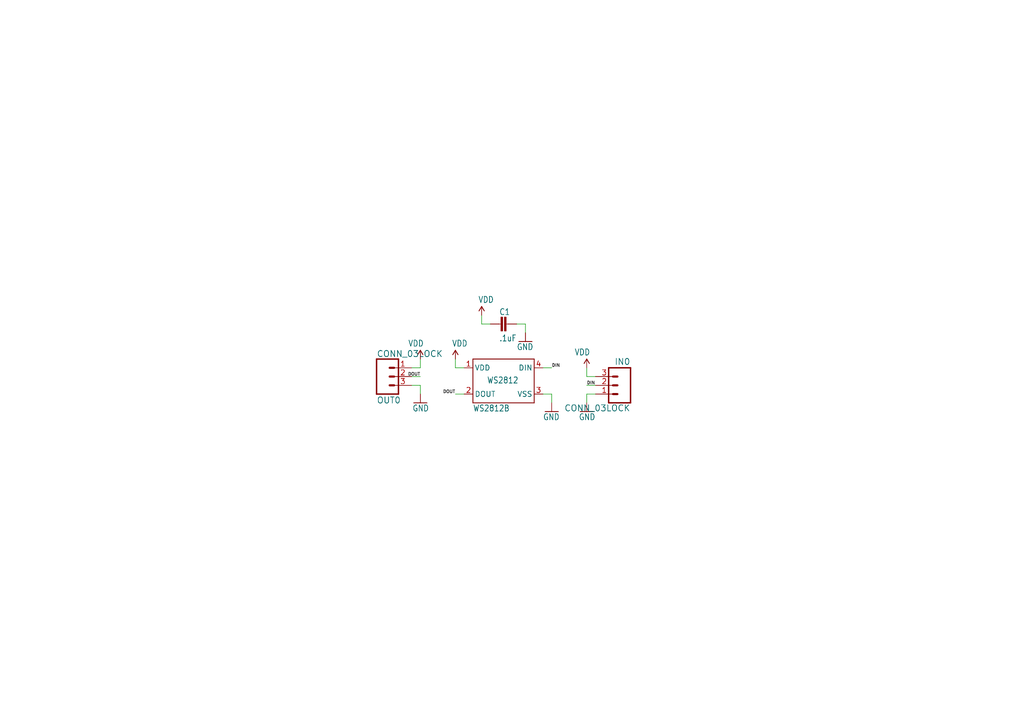
<source format=kicad_sch>
(kicad_sch (version 20250114) (generator "eeschema") (generator_version "9.0")
  (paper "A4")
  (lib_symbols
    (symbol "WS2812B breakout-eagle-import:CAPACITOR_NPOL-0805"
      (property "Reference" "C" (at 2.54 5.08 0))
      (symbol "CAPACITOR_NPOL-0805_1_0"
        (rectangle (start -2.032 1.524) (end 2.032 2.032) (fill (type outline)))
        (rectangle (start -2.032 0.508) (end 2.032 1.016) (fill (type outline)))
        (polyline (pts (xy 0 2.54) (xy 0 2.032)) (stroke (width 0.1524)))
        (polyline (pts (xy 0 0) (xy 0 0.508)) (stroke (width 0.1524)))
        (pin passive line (at 0 5.08 270) (length 2.54) (name "1") (number "1"))
        (pin passive line (at 0 -2.54 90) (length 2.54) (name "2") (number "2"))
      )
    )
    (symbol "WS2812B breakout-eagle-import:CONN_03LOCK"
      (property "Reference" "J" (at -2.54 5.588 0))
      (symbol "CONN_03LOCK_1_0"
        (polyline (pts (xy -2.54 5.08) (xy -2.54 -5.08)) (stroke (width 0.4064)))
        (polyline (pts (xy -2.54 5.08) (xy 3.81 5.08)) (stroke (width 0.4064)))
        (polyline (pts (xy 1.27 2.54) (xy 2.54 2.54)) (stroke (width 0.6096)))
        (polyline (pts (xy 1.27 0) (xy 2.54 0)) (stroke (width 0.6096)))
        (polyline (pts (xy 1.27 -2.54) (xy 2.54 -2.54)) (stroke (width 0.6096)))
        (polyline (pts (xy 3.81 -5.08) (xy -2.54 -5.08)) (stroke (width 0.4064)))
        (polyline (pts (xy 3.81 -5.08) (xy 3.81 5.08)) (stroke (width 0.4064)))
        (pin passive line (at 7.62 2.54 180) (length 5.08) (name "3") (number "3"))
        (pin passive line (at 7.62 0 180) (length 5.08) (name "2") (number "2"))
        (pin passive line (at 7.62 -2.54 180) (length 5.08) (name "1") (number "1"))
      )
    )
    (symbol "WS2812B breakout-eagle-import:GND" (power)
      (symbol "GND_1_0"
        (polyline (pts (xy -1.905 0) (xy 1.905 0)) (stroke (width 0.254)))
        (pin power_in line (at 0 2.54 270) (length 2.54) (name "GND") (number "1"))
      )
    )
    (symbol "WS2812B breakout-eagle-import:VDD" (power)
      (symbol "VDD_1_0"
        (polyline (pts (xy 0 2.54) (xy -0.762 1.27)) (stroke (width 0.254)))
        (polyline (pts (xy 0.762 1.27) (xy 0 2.54)) (stroke (width 0.254)))
        (pin power_in line (at 0 0 90) (length 2.54) (name "VDD") (number "1"))
      )
    )
    (symbol "WS2812B breakout-eagle-import:WS2812B"
      (property "Reference" "D" (at -2.286 8.382 0))
      (symbol "WS2812B_1_0"
        (polyline (pts (xy -2.54 7.62) (xy -2.54 -5.08)) (stroke (width 0.254)))
        (polyline (pts (xy -2.54 -5.08) (xy 15.24 -5.08)) (stroke (width 0.254)))
        (polyline (pts (xy 15.24 7.62) (xy -2.54 7.62)) (stroke (width 0.254)))
        (polyline (pts (xy 15.24 -5.08) (xy 15.24 7.62)) (stroke (width 0.254)))
        (pin power_in line (at -5.08 5.08 0) (length 2.54) (name "VDD") (number "1"))
        (pin output line (at -5.08 -2.54 0) (length 2.54) (name "DOUT") (number "2"))
        (pin input line (at 17.78 5.08 180) (length 2.54) (name "DIN") (number "4"))
        (pin power_in line (at 17.78 -2.54 180) (length 2.54) (name "VSS") (number "3"))
      )
    )
  )
  (wire (pts (xy 142.24 93.98) (xy 139.7 93.98)) (stroke (width 0.1524)))
  (wire (pts (xy 172.72 114.3) (xy 170.18 114.3)) (stroke (width 0.1524)))
  (wire (pts (xy 170.18 114.3) (xy 170.18 116.84)) (stroke (width 0.1524)))
  (wire (pts (xy 121.92 111.76) (xy 121.92 114.3)) (stroke (width 0.1524)))
  (wire (pts (xy 157.48 114.3) (xy 160.02 114.3)) (stroke (width 0.1524)))
  (wire (pts (xy 160.02 114.3) (xy 160.02 116.84)) (stroke (width 0.1524)))
  (wire (pts (xy 139.7 93.98) (xy 139.7 91.44)) (stroke (width 0.1524)))
  (wire (pts (xy 134.62 114.3) (xy 132.08 114.3)) (stroke (width 0.1524)))
  (wire (pts (xy 172.72 109.22) (xy 170.18 109.22)) (stroke (width 0.1524)))
  (wire (pts (xy 172.72 111.76) (xy 170.18 111.76)) (stroke (width 0.1524)))
  (wire (pts (xy 119.38 111.76) (xy 121.92 111.76)) (stroke (width 0.1524)))
  (wire (pts (xy 132.08 106.68) (xy 132.08 104.14)) (stroke (width 0.1524)))
  (wire (pts (xy 119.38 109.22) (xy 121.92 109.22)) (stroke (width 0.1524)))
  (wire (pts (xy 121.92 106.68) (xy 121.92 104.14)) (stroke (width 0.1524)))
  (wire (pts (xy 134.62 106.68) (xy 132.08 106.68)) (stroke (width 0.1524)))
  (wire (pts (xy 149.86 93.98) (xy 152.4 93.98)) (stroke (width 0.1524)))
  (wire (pts (xy 157.48 106.68) (xy 160.02 106.68)) (stroke (width 0.1524)))
  (wire (pts (xy 119.38 106.68) (xy 121.92 106.68)) (stroke (width 0.1524)))
  (wire (pts (xy 152.4 96.52) (xy 152.4 93.98)) (stroke (width 0.1524)))
  (wire (pts (xy 170.18 109.22) (xy 170.18 106.68)) (stroke (width 0.1524)))
  (label "DOUT" (at 121.92 109.22 180) (effects (font (size 0.889 0.889))))
  (label "DIN" (at 170.18 111.76 0) (effects (font (size 0.889 0.889))))
  (label "DOUT" (at 132.08 114.3 180) (effects (font (size 0.889 0.889))))
  (label "DIN" (at 160.02 106.68 0) (effects (font (size 0.889 0.889))))
  (symbol (lib_id "WS2812B breakout-eagle-import:CONN_03LOCK") (at 111.76 109.22 0) (mirror x) (unit 1)
    (property "Reference" "OUT0" (at 109.22 115.062 0) (effects (font (size 1.778 1.778)) (justify left bottom)))
    (property "Value" "CONN_03LOCK" (at 109.22 101.6 0) (effects (font (size 1.778 1.778)) (justify left bottom)))
    (property "Footprint" "WS2812B breakout:1X03_LOCK" (effects (hide yes)))
  )
  (symbol (lib_id "WS2812B breakout-eagle-import:GND") (at 121.92 116.84 0) (mirror y) (unit 1)
    (property "Reference" "#GND3" (effects (hide yes)))
    (property "Value" "GND" (at 124.46 119.38 0) (effects (font (size 1.778 1.5113)) (justify left bottom)))
  )
  (symbol (lib_id "WS2812B breakout-eagle-import:CONN_03LOCK") (at 180.34 111.76 0) (mirror y) (unit 1)
    (property "Reference" "IN0" (at 182.88 105.918 0) (effects (font (size 1.778 1.778)) (justify left bottom)))
    (property "Value" "CONN_03LOCK" (at 182.88 119.38 0) (effects (font (size 1.778 1.778)) (justify left bottom)))
    (property "Footprint" "WS2812B breakout:1X03_LOCK" (effects (hide yes)))
  )
  (symbol (lib_id "WS2812B breakout-eagle-import:VDD") (at 121.92 104.14 0) (mirror y) (unit 1)
    (property "Reference" "#SUPPLY2" (effects (hide yes)))
    (property "Value" "VDD" (at 122.936 100.584 0) (effects (font (size 1.778 1.5113)) (justify left bottom)))
  )
  (symbol (lib_id "WS2812B breakout-eagle-import:GND") (at 152.4 99.06 0) (unit 1)
    (property "Reference" "#GND4" (effects (hide yes)))
    (property "Value" "GND" (at 149.86 101.6 0) (effects (font (size 1.778 1.5113)) (justify left bottom)))
  )
  (symbol (lib_id "WS2812B breakout-eagle-import:GND") (at 170.18 119.38 0) (mirror y) (unit 1)
    (property "Reference" "#GND1" (effects (hide yes)))
    (property "Value" "GND" (at 172.72 121.92 0) (effects (font (size 1.778 1.5113)) (justify left bottom)))
  )
  (symbol (lib_id "WS2812B breakout-eagle-import:VDD") (at 139.7 91.44 0) (unit 1)
    (property "Reference" "#SUPPLY4" (effects (hide yes)))
    (property "Value" "VDD" (at 138.684 87.884 0) (effects (font (size 1.778 1.5113)) (justify left bottom)))
  )
  (symbol (lib_id "WS2812B breakout-eagle-import:VDD") (at 132.08 104.14 0) (unit 1)
    (property "Reference" "#SUPPLY3" (effects (hide yes)))
    (property "Value" "VDD" (at 131.064 100.584 0) (effects (font (size 1.778 1.5113)) (justify left bottom)))
  )
  (symbol (lib_id "WS2812B breakout-eagle-import:CAPACITOR_NPOL-0805") (at 147.32 93.98 90) (unit 1)
    (property "Reference" "C1" (at 144.78 91.44 90) (effects (font (size 1.778 1.5113)) (justify right top)))
    (property "Value" ".1uF" (at 144.78 99.06 90) (effects (font (size 1.778 1.5113)) (justify right top)))
    (property "Footprint" "WS2812B breakout:C805" (effects (hide yes)))
  )
  (symbol (lib_id "WS2812B breakout-eagle-import:VDD") (at 170.18 106.68 0) (mirror y) (unit 1)
    (property "Reference" "#SUPPLY1" (effects (hide yes)))
    (property "Value" "VDD" (at 171.196 103.124 0) (effects (font (size 1.778 1.5113)) (justify left bottom)))
  )
  (symbol (lib_id "WS2812B breakout-eagle-import:GND") (at 160.02 119.38 0) (unit 1)
    (property "Reference" "#GND2" (effects (hide yes)))
    (property "Value" "GND" (at 157.48 121.92 0) (effects (font (size 1.778 1.5113)) (justify left bottom)))
  )
  (symbol (lib_id "WS2812B breakout-eagle-import:WS2812B") (at 139.7 111.76 0) (unit 1)
    (property "Reference" "WS2812" (at 141.224 111.252 0) (effects (font (size 1.778 1.5113)) (justify left bottom)))
    (property "Value" "WS2812B" (at 137.16 119.38 0) (effects (font (size 1.778 1.5113)) (justify left bottom)))
    (property "Footprint" "WS2812B breakout:WS2812B" (effects (hide yes)))
  )
)
</source>
